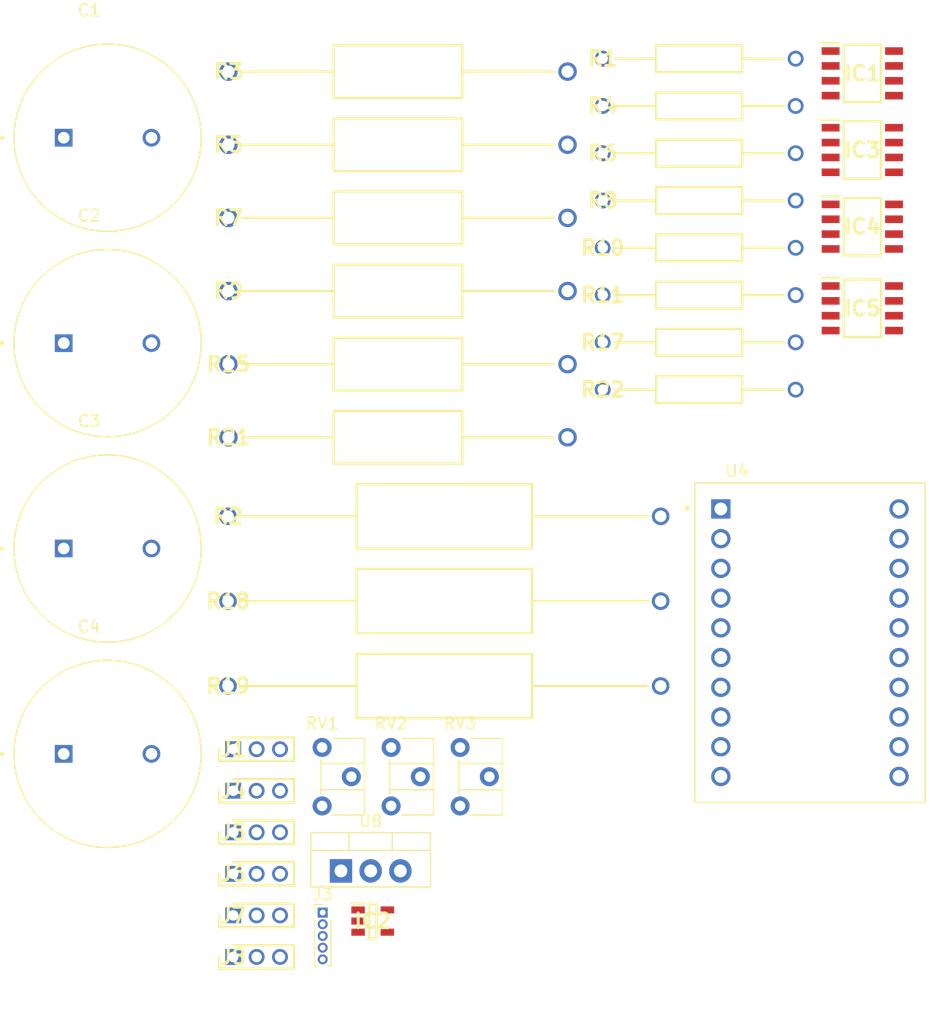
<source format=kicad_pcb>
(kicad_pcb (version 20221018) (generator pcbnew)
  (layers (0 "F.Cu" signal) (31 "B.Cu" signal) (34 "B.Paste" user) (35 "F.Paste" user) (36 "B.SilkS" user "B.Silkscreen") (37 "F.SilkS" user "F.Silkscreen") (38 "B.Mask" user) (39 "F.Mask" user) (44 "Edge.Cuts" user))
  (net 0 "")
  (net 1 "+10V")
  (net 2 "Net-(IC1-IN+)")
  (net 3 "-10V")
  (net 4 "Net-(U4-XOUT)")
  (net 6 "+2V5")
  (net 7 "Net-(IC3-IN-)")
  (net 8 "Net-(U4-YOUT)")
  (net 9 "Net-(IC3-IN+)")
  (net 11 "Net-(U4-ZOUT)")
  (net 12 "Net-(IC3-OUT)")
  (net 14 "GND")
  (net 19 "+12V")
  (net 20 "Net-(U4-XOFF+)")
  (net 22 "Net-(U4-YOFF+)")
  (net 24 "Net-(U4-ZOFF+)")
  (net 28 "Net-(IC2-OUT)")
  (net 29 "Net-(IC2-IN)")
  (net 31 "Net-(IC4-IN-)")
  (net 32 "Net-(IC4-IN+)")
  (net 35 "Net-(IC4-OUT)")
  (net 47 "Net-(IC5-IN-)")
  (net 48 "Net-(IC5-IN+)")
  (net 50 "Net-(IC5-OUT)")
  (net 52 "Net-(J1-Pad2)")
  (net 53 "Net-(J4-Pad2)")
  (net 54 "Net-(J4-Pad3)")
  (net 55 "Net-(J5-Pad2)")
  (net 56 "Net-(J6-Pad2)")
  (net 57 "Net-(J6-Pad3)")
  (net 58 "Net-(J7-Pad2)")
  (net 59 "Net-(J8-Pad2)")
  (net 60 "Net-(J8-Pad3)")
  (footprint "KiCad:RESAD3700W80L1500D550" (layer "F.Cu") (at 122.955 91.33)
    (fp_text reference "R19" (at 0 0) (layer "F.SilkS") (effects (font (size 1.27 1.27) (thickness 0.254))))
    (fp_text value "ROX3SJ33R" hide)
    (fp_line (start 1.1 0) (end 11 0) (stroke (width 0.2)) (layer "F.SilkS"))
    (fp_line (start 11 -2.75) (end 26 -2.75) (stroke (width 0.2)) (layer "F.SilkS"))
    (fp_line (start 11 2.75) (end 11 -2.75) (stroke (width 0.2)) (layer "F.SilkS"))
    (fp_line (start 26 -2.75) (end 26 2.75) (stroke (width 0.2)) (layer "F.SilkS"))
    (fp_line (start 26 0) (end 35.9 0) (stroke (width 0.2)) (layer "F.SilkS"))
    (fp_line (start 26 2.75) (end 11 2.75) (stroke (width 0.2)) (layer "F.SilkS"))
    (pad "1" thru_hole circle (at 0 0) (size 1.5 1.5) (drill 1) (layers "*.Cu" "*.Mask") (net 55 "Net-(J5-Pad2)"))
    (pad "2" thru_hole circle (at 37 0) (size 1.5 1.5) (drill 1) (layers "*.Cu" "*.Mask") (net 56 "Net-(J6-Pad2)"))
  )
  (footprint "KiCad:CAPRRD750W80D1600H4150" (layer "F.Cu") (at 112.66 44.48)
    (fp_text reference "C1" (at -1.579 -10.889) (layer "F.SilkS"))
    (fp_text value "C_Polarized")
    (fp_circle (center -9 0) (end -8.9 0) (stroke (width 0.2)) (fill none) (layer "F.SilkS"))
    (fp_circle (center 0 0) (end 8 0) (stroke (width 0.127)) (fill none) (layer "F.SilkS"))
    (pad "N" thru_hole circle (at 3.75 0) (size 1.508 1.508) (drill 1) (layers "*.Cu" "*.Mask"))
    (pad "P" thru_hole rect (at -3.75 0) (size 1.508 1.508) (drill 1) (layers "*.Cu" "*.Mask"))
  )
  (footprint "KiCad:HDRV3W50P0X200_1X3_600X200X550P" (layer "F.Cu") (at 123.405 107.38)
    (fp_text reference "J6" (at 0 0) (layer "F.SilkS") (effects (font (size 1.27 1.27) (thickness 0.254))))
    (fp_text value "2355182-3" hide)
    (fp_line (start -1.2 0) (end -1.2 1) (stroke (width 0.2)) (layer "F.SilkS"))
    (fp_line (start -1.2 1) (end 5.2 1) (stroke (width 0.2)) (layer "F.SilkS"))
    (fp_line (start 5.2 -1) (end 0 -1) (stroke (width 0.2)) (layer "F.SilkS"))
    (fp_line (start 5.2 1) (end 5.2 -1) (stroke (width 0.2)) (layer "F.SilkS"))
    (pad "1" thru_hole rect (at 0 0) (size 1.35 1.35) (drill 0.9) (layers "*.Cu" "*.Mask") (net 14 "GND"))
    (pad "2" thru_hole circle (at 2 0) (size 1.35 1.35) (drill 0.9) (layers "*.Cu" "*.Mask") (net 56 "Net-(J6-Pad2)"))
    (pad "3" thru_hole circle (at 4 0) (size 1.35 1.35) (drill 0.9) (layers "*.Cu" "*.Mask") (net 57 "Net-(J6-Pad3)"))
  )
  (footprint "KiCad:HDRV3W50P0X200_1X3_600X200X550P" (layer "F.Cu") (at 123.405 100.28)
    (fp_text reference "J4" (at 0 0) (layer "F.SilkS") (effects (font (size 1.27 1.27) (thickness 0.254))))
    (fp_text value "2355182-3" hide)
    (fp_line (start -1.2 0) (end -1.2 1) (stroke (width 0.2)) (layer "F.SilkS"))
    (fp_line (start -1.2 1) (end 5.2 1) (stroke (width 0.2)) (layer "F.SilkS"))
    (fp_line (start 5.2 -1) (end 0 -1) (stroke (width 0.2)) (layer "F.SilkS"))
    (fp_line (start 5.2 1) (end 5.2 -1) (stroke (width 0.2)) (layer "F.SilkS"))
    (pad "1" thru_hole rect (at 0 0) (size 1.35 1.35) (drill 0.9) (layers "*.Cu" "*.Mask") (net 14 "GND"))
    (pad "2" thru_hole circle (at 2 0) (size 1.35 1.35) (drill 0.9) (layers "*.Cu" "*.Mask") (net 53 "Net-(J4-Pad2)"))
    (pad "3" thru_hole circle (at 4 0) (size 1.35 1.35) (drill 0.9) (layers "*.Cu" "*.Mask") (net 54 "Net-(J4-Pad3)"))
  )
  (footprint "KiCad:CAPRRD750W80D1600H4150" (layer "F.Cu") (at 112.66 97.13)
    (fp_text reference "C4" (at -1.579 -10.889) (layer "F.SilkS"))
    (fp_text value "C_Polarized")
    (fp_circle (center -9 0) (end -8.9 0) (stroke (width 0.2)) (fill none) (layer "F.SilkS"))
    (fp_circle (center 0 0) (end 8 0) (stroke (width 0.127)) (fill none) (layer "F.SilkS"))
    (pad "N" thru_hole circle (at 3.75 0) (size 1.508 1.508) (drill 1) (layers "*.Cu" "*.Mask"))
    (pad "P" thru_hole rect (at -3.75 0) (size 1.508 1.508) (drill 1) (layers "*.Cu" "*.Mask"))
  )
  (footprint "Connector_PinHeader_1.00mm:PinHeader_1x05_P1.00mm_Vertical" (layer "F.Cu") (at 131.055 110.69)
    (fp_text reference "J3" (at 0 -1.56) (layer "F.SilkS"))
    (fp_text value "Conn_01x05_Pin")
    (fp_line (start -0.695 -0.685) (end 0 -0.685) (stroke (width 0.12)) (layer "F.SilkS"))
    (fp_line (start -0.695 0) (end -0.695 -0.685) (stroke (width 0.12)) (layer "F.SilkS"))
    (fp_line (start -0.695 0.685) (end -0.695 4.56) (stroke (width 0.12)) (layer "F.SilkS"))
    (fp_line (start -0.695 0.685) (end -0.608276 0.685) (stroke (width 0.12)) (layer "F.SilkS"))
    (fp_line (start -0.695 4.56) (end -0.394493 4.56) (stroke (width 0.12)) (layer "F.SilkS"))
    (fp_line (start 0.394493 4.56) (end 0.695 4.56) (stroke (width 0.12)) (layer "F.SilkS"))
    (fp_line (start 0.608276 0.685) (end 0.695 0.685) (stroke (width 0.12)) (layer "F.SilkS"))
    (fp_line (start 0.695 0.685) (end 0.695 4.56) (stroke (width 0.12)) (layer "F.SilkS"))
    (pad "1" thru_hole rect (at 0 0) (size 0.85 0.85) (drill 0.5) (layers "*.Cu" "*.Mask") (net 12 "Net-(IC3-OUT)"))
    (pad "2" thru_hole oval (at 0 1) (size 0.85 0.85) (drill 0.5) (layers "*.Cu" "*.Mask") (net 35 "Net-(IC4-OUT)"))
    (pad "3" thru_hole oval (at 0 2) (size 0.85 0.85) (drill 0.5) (layers "*.Cu" "*.Mask") (net 50 "Net-(IC5-OUT)"))
    (pad "4" thru_hole oval (at 0 3) (size 0.85 0.85) (drill 0.5) (layers "*.Cu" "*.Mask") (net 14 "GND"))
    (pad "5" thru_hole oval (at 0 4) (size 0.85 0.85) (drill 0.5) (layers "*.Cu" "*.Mask") (net 19 "+12V"))
  )
  (footprint "KiCad:RESAD2900W85L1100D450" (layer "F.Cu") (at 122.993 57.58)
    (fp_text reference "R9" (at 0 0) (layer "F.SilkS") (effects (font (size 1.27 1.27) (thickness 0.254))))
    (fp_text value "1kOhm" hide)
    (fp_line (start 1.138 0) (end 9 0) (stroke (width 0.2)) (layer "F.SilkS"))
    (fp_line (start 9 -2.25) (end 20 -2.25) (stroke (width 0.2)) (layer "F.SilkS"))
    (fp_line (start 9 2.25) (end 9 -2.25) (stroke (width 0.2)) (layer "F.SilkS"))
    (fp_line (start 20 -2.25) (end 20 2.25) (stroke (width 0.2)) (layer "F.SilkS"))
    (fp_line (start 20 0) (end 27.862 0) (stroke (width 0.2)) (layer "F.SilkS"))
    (fp_line (start 20 2.25) (end 9 2.25) (stroke (width 0.2)) (layer "F.SilkS"))
    (pad "1" thru_hole circle (at 0 0) (size 1.575 1.575) (drill 1.05) (layers "*.Cu" "*.Mask") (net 4 "Net-(U4-XOUT)"))
    (pad "2" thru_hole circle (at 29 0) (size 1.575 1.575) (drill 1.05) (layers "*.Cu" "*.Mask") (net 48 "Net-(IC5-IN+)"))
  )
  (footprint "KiCad:HDRV3W50P0X200_1X3_600X200X550P" (layer "F.Cu") (at 123.405 110.93)
    (fp_text reference "J7" (at 0 0) (layer "F.SilkS") (effects (font (size 1.27 1.27) (thickness 0.254))))
    (fp_text value "2355182-3" hide)
    (fp_line (start -1.2 0) (end -1.2 1) (stroke (width 0.2)) (layer "F.SilkS"))
    (fp_line (start -1.2 1) (end 5.2 1) (stroke (width 0.2)) (layer "F.SilkS"))
    (fp_line (start 5.2 -1) (end 0 -1) (stroke (width 0.2)) (layer "F.SilkS"))
    (fp_line (start 5.2 1) (end 5.2 -1) (stroke (width 0.2)) (layer "F.SilkS"))
    (pad "1" thru_hole rect (at 0 0) (size 1.35 1.35) (drill 0.9) (layers "*.Cu" "*.Mask") (net 1 "+10V"))
    (pad "2" thru_hole circle (at 2 0) (size 1.35 1.35) (drill 0.9) (layers "*.Cu" "*.Mask") (net 58 "Net-(J7-Pad2)"))
    (pad "3" thru_hole circle (at 4 0) (size 1.35 1.35) (drill 0.9) (layers "*.Cu" "*.Mask") (net 3 "-10V"))
  )
  (footprint "KiCad:RESAD3700W80L1500D550" (layer "F.Cu") (at 122.955 76.83)
    (fp_text reference "R2" (at 0 0) (layer "F.SilkS") (effects (font (size 1.27 1.27) (thickness 0.254))))
    (fp_text value "ROX3SJ33R" hide)
    (fp_line (start 1.1 0) (end 11 0) (stroke (width 0.2)) (layer "F.SilkS"))
    (fp_line (start 11 -2.75) (end 26 -2.75) (stroke (width 0.2)) (layer "F.SilkS"))
    (fp_line (start 11 2.75) (end 11 -2.75) (stroke (width 0.2)) (layer "F.SilkS"))
    (fp_line (start 26 -2.75) (end 26 2.75) (stroke (width 0.2)) (layer "F.SilkS"))
    (fp_line (start 26 0) (end 35.9 0) (stroke (width 0.2)) (layer "F.SilkS"))
    (fp_line (start 26 2.75) (end 11 2.75) (stroke (width 0.2)) (layer "F.SilkS"))
    (pad "1" thru_hole circle (at 0 0) (size 1.5 1.5) (drill 1) (layers "*.Cu" "*.Mask") (net 58 "Net-(J7-Pad2)"))
    (pad "2" thru_hole circle (at 37 0) (size 1.5 1.5) (drill 1) (layers "*.Cu" "*.Mask") (net 59 "Net-(J8-Pad2)"))
  )
  (footprint "KiCad:RESAD1653W69L737D229" (layer "F.Cu") (at 155 45.805)
    (fp_text reference "R6" (at 0 0) (layer "F.SilkS") (effects (font (size 1.27 1.27) (thickness 0.254))))
    (fp_text value "5K" hide)
    (fp_line (start 1.025 0) (end 4.565 0) (stroke (width 0.2)) (layer "F.SilkS"))
    (fp_line (start 4.565 -1.145) (end 11.935 -1.145) (stroke (width 0.2)) (layer "F.SilkS"))
    (fp_line (start 4.565 1.145) (end 4.565 -1.145) (stroke (width 0.2)) (layer "F.SilkS"))
    (fp_line (start 11.935 -1.145) (end 11.935 1.145) (stroke (width 0.2)) (layer "F.SilkS"))
    (fp_line (start 11.935 0) (end 15.475 0) (stroke (width 0.2)) (layer "F.SilkS"))
    (fp_line (start 11.935 1.145) (end 4.565 1.145) (stroke (width 0.2)) (layer "F.SilkS"))
    (pad "1" thru_hole circle (at 0 0) (size 1.35 1.35) (drill 0.9) (layers "*.Cu" "*.Mask") (net 32 "Net-(IC4-IN+)"))
    (pad "2" thru_hole circle (at 16.5 0) (size 1.35 1.35) (drill 0.9) (layers "*.Cu" "*.Mask") (net 35 "Net-(IC4-OUT)"))
  )
  (footprint "KiCad:RESAD1653W69L737D229" (layer "F.Cu") (at 155 53.885)
    (fp_text reference "R10" (at 0 0) (layer "F.SilkS") (effects (font (size 1.27 1.27) (thickness 0.254))))
    (fp_text value "5K" hide)
    (fp_line (start 1.025 0) (end 4.565 0) (stroke (width 0.2)) (layer "F.SilkS"))
    (fp_line (start 4.565 -1.145) (end 11.935 -1.145) (stroke (width 0.2)) (layer "F.SilkS"))
    (fp_line (start 4.565 1.145) (end 4.565 -1.145) (stroke (width 0.2)) (layer "F.SilkS"))
    (fp_line (start 11.935 -1.145) (end 11.935 1.145) (stroke (width 0.2)) (layer "F.SilkS"))
    (fp_line (start 11.935 0) (end 15.475 0) (stroke (width 0.2)) (layer "F.SilkS"))
    (fp_line (start 11.935 1.145) (end 4.565 1.145) (stroke (width 0.2)) (layer "F.SilkS"))
    (pad "1" thru_hole circle (at 0 0) (size 1.35 1.35) (drill 0.9) (layers "*.Cu" "*.Mask") (net 48 "Net-(IC5-IN+)"))
    (pad "2" thru_hole circle (at 16.5 0) (size 1.35 1.35) (drill 0.9) (layers "*.Cu" "*.Mask") (net 50 "Net-(IC5-OUT)"))
  )
  (footprint "KiCad:CAPRRD750W80D1600H4150" (layer "F.Cu") (at 112.66 79.58)
    (fp_text reference "C3" (at -1.579 -10.889) (layer "F.SilkS"))
    (fp_text value "C_Polarized")
    (fp_circle (center -9 0) (end -8.9 0) (stroke (width 0.2)) (fill none) (layer "F.SilkS"))
    (fp_circle (center 0 0) (end 8 0) (stroke (width 0.127)) (fill none) (layer "F.SilkS"))
    (pad "N" thru_hole circle (at 3.75 0) (size 1.508 1.508) (drill 1) (layers "*.Cu" "*.Mask"))
    (pad "P" thru_hole rect (at -3.75 0) (size 1.508 1.508) (drill 1) (layers "*.Cu" "*.Mask"))
  )
  (footprint "KiCad:RESAD1653W69L737D229" (layer "F.Cu") (at 155 61.965)
    (fp_text reference "R17" (at 0 0) (layer "F.SilkS") (effects (font (size 1.27 1.27) (thickness 0.254))))
    (fp_text value "5K" hide)
    (fp_line (start 1.025 0) (end 4.565 0) (stroke (width 0.2)) (layer "F.SilkS"))
    (fp_line (start 4.565 -1.145) (end 11.935 -1.145) (stroke (width 0.2)) (layer "F.SilkS"))
    (fp_line (start 4.565 1.145) (end 4.565 -1.145) (stroke (width 0.2)) (layer "F.SilkS"))
    (fp_line (start 11.935 -1.145) (end 11.935 1.145) (stroke (width 0.2)) (layer "F.SilkS"))
    (fp_line (start 11.935 0) (end 15.475 0) (stroke (width 0.2)) (layer "F.SilkS"))
    (fp_line (start 11.935 1.145) (end 4.565 1.145) (stroke (width 0.2)) (layer "F.SilkS"))
    (pad "1" thru_hole circle (at 0 0) (size 1.35 1.35) (drill 0.9) (layers "*.Cu" "*.Mask") (net 9 "Net-(IC3-IN+)"))
    (pad "2" thru_hole circle (at 16.5 0) (size 1.35 1.35) (drill 0.9) (layers "*.Cu" "*.Mask") (net 12 "Net-(IC3-OUT)"))
  )
  (footprint "KiCad:RESAD1653W69L737D229" (layer "F.Cu") (at 155 66.005)
    (fp_text reference "R22" (at 0 0) (layer "F.SilkS") (effects (font (size 1.27 1.27) (thickness 0.254))))
    (fp_text value "5K" hide)
    (fp_line (start 1.025 0) (end 4.565 0) (stroke (width 0.2)) (layer "F.SilkS"))
    (fp_line (start 4.565 -1.145) (end 11.935 -1.145) (stroke (width 0.2)) (layer "F.SilkS"))
    (fp_line (start 4.565 1.145) (end 4.565 -1.145) (stroke (width 0.2)) (layer "F.SilkS"))
    (fp_line (start 11.935 -1.145) (end 11.935 1.145) (stroke (width 0.2)) (layer "F.SilkS"))
    (fp_line (start 11.935 0) (end 15.475 0) (stroke (width 0.2)) (layer "F.SilkS"))
    (fp_line (start 11.935 1.145) (end 4.565 1.145) (stroke (width 0.2)) (layer "F.SilkS"))
    (pad "1" thru_hole circle (at 0 0) (size 1.35 1.35) (drill 0.9) (layers "*.Cu" "*.Mask") (net 7 "Net-(IC3-IN-)"))
    (pad "2" thru_hole circle (at 16.5 0) (size 1.35 1.35) (drill 0.9) (layers "*.Cu" "*.Mask") (net 14 "GND"))
  )
  (footprint "KiCad:RESAD1653W69L737D229" (layer "F.Cu") (at 155 37.725)
    (fp_text reference "R1" (at 0 0) (layer "F.SilkS") (effects (font (size 1.27 1.27) (thickness 0.254))))
    (fp_text value "5K" hide)
    (fp_line (start 1.025 0) (end 4.565 0) (stroke (width 0.2)) (layer "F.SilkS"))
    (fp_line (start 4.565 -1.145) (end 11.935 -1.145) (stroke (width 0.2)) (layer "F.SilkS"))
    (fp_line (start 4.565 1.145) (end 4.565 -1.145) (stroke (width 0.2)) (layer "F.SilkS"))
    (fp_line (start 11.935 -1.145) (end 11.935 1.145) (stroke (width 0.2)) (layer "F.SilkS"))
    (fp_line (start 11.935 0) (end 15.475 0) (stroke (width 0.2)) (layer "F.SilkS"))
    (fp_line (start 11.935 1.145) (end 4.565 1.145) (stroke (width 0.2)) (layer "F.SilkS"))
    (pad "1" thru_hole circle (at 0 0) (size 1.35 1.35) (drill 0.9) (layers "*.Cu" "*.Mask") (net 1 "+10V"))
    (pad "2" thru_hole circle (at 16.5 0) (size 1.35 1.35) (drill 0.9) (layers "*.Cu" "*.Mask") (net 2 "Net-(IC1-IN+)"))
  )
  (footprint "Potentiometer_THT:Potentiometer_ACP_CA6-H2,5_Horizontal" (layer "F.Cu") (at 142.805 96.58)
    (fp_text reference "RV3" (at 0 -2.06) (layer "F.SilkS"))
    (fp_text value "R_Potentiometer")
    (fp_line (start -0.121 1.066) (end -0.121 3.935) (stroke (width 0.12)) (layer "F.SilkS"))
    (fp_line (start -0.121 1.38) (end -0.121 3.62) (stroke (width 0.12)) (layer "F.SilkS"))
    (fp_line (start -0.121 1.38) (end 3.62 1.38) (stroke (width 0.12)) (layer "F.SilkS"))
    (fp_line (start -0.121 3.62) (end 3.62 3.62) (stroke (width 0.12)) (layer "F.SilkS"))
    (fp_line (start 0.925 -0.77) (end 3.62 -0.77) (stroke (width 0.12)) (layer "F.SilkS"))
    (fp_line (start 0.925 5.77) (end 3.62 5.77) (stroke (width 0.12)) (layer "F.SilkS"))
    (fp_line (start 3.62 -0.77) (end 3.62 5.77) (stroke (width 0.12)) (layer "F.SilkS"))
    (fp_line (start 3.62 1.38) (end 3.62 3.62) (stroke (width 0.12)) (layer "F.SilkS"))
    (pad "1" thru_hole circle (at 0 0) (size 1.62 1.62) (drill 0.9) (layers "*.Cu" "*.Mask"))
    (pad "2" thru_hole circle (at 2.5 2.5) (size 1.62 1.62) (drill 0.9) (layers "*.Cu" "*.Mask") (net 60 "Net-(J8-Pad3)"))
    (pad "3" thru_hole circle (at 0 5) (size 1.62 1.62) (drill 0.9) (layers "*.Cu" "*.Mask") (net 24 "Net-(U4-ZOFF+)"))
  )
  (footprint "KiCad:RESAD1653W69L737D229" (layer "F.Cu") (at 155 57.925)
    (fp_text reference "R11" (at 0 0) (layer "F.SilkS") (effects (font (size 1.27 1.27) (thickness 0.254))))
    (fp_text value "5K" hide)
    (fp_line (start 1.025 0) (end 4.565 0) (stroke (width 0.2)) (layer "F.SilkS"))
    (fp_line (start 4.565 -1.145) (end 11.935 -1.145) (stroke (width 0.2)) (layer "F.SilkS"))
    (fp_line (start 4.565 1.145) (end 4.565 -1.145) (stroke (width 0.2)) (layer "F.SilkS"))
    (fp_line (start 11.935 -1.145) (end 11.935 1.145) (stroke (width 0.2)) (layer "F.SilkS"))
    (fp_line (start 11.935 0) (end 15.475 0) (stroke (width 0.2)) (layer "F.SilkS"))
    (fp_line (start 11.935 1.145) (end 4.565 1.145) (stroke (width 0.2)) (layer "F.SilkS"))
    (pad "1" thru_hole circle (at 0 0) (size 1.35 1.35) (drill 0.9) (layers "*.Cu" "*.Mask") (net 2 "Net-(IC1-IN+)"))
    (pad "2" thru_hole circle (at 16.5 0) (size 1.35 1.35) (drill 0.9) (layers "*.Cu" "*.Mask") (net 3 "-10V"))
  )
  (footprint "KiCad:SOIC127P600X175-8N" (layer "F.Cu") (at 177.2 38.98)
    (fp_text reference "IC1" (at 0 0) (layer "F.SilkS") (effects (font (size 1.27 1.27) (thickness 0.254))))
    (fp_text value "TL971ID" hide)
    (fp_line (start -3.475 -2.58) (end -1.948 -2.58) (stroke (width 0.2)) (layer "F.SilkS"))
    (fp_line (start -1.598 -2.452) (end 1.598 -2.452) (stroke (width 0.2)) (layer "F.SilkS"))
    (fp_line (start -1.598 2.452) (end -1.598 -2.452) (stroke (width 0.2)) (layer "F.SilkS"))
    (fp_line (start 1.598 -2.452) (end 1.598 2.452) (stroke (width 0.2)) (layer "F.SilkS"))
    (fp_line (start 1.598 2.452) (end -1.598 2.452) (stroke (width 0.2)) (layer "F.SilkS"))
    (pad "1" smd rect (at -2.711 -1.905 90) (size 0.65 1.528) (layers "F.Cu" "F.Paste" "F.Mask"))
    (pad "2" smd rect (at -2.711 -0.635 90) (size 0.65 1.528) (layers "F.Cu" "F.Paste" "F.Mask") (net 14 "GND"))
    (pad "3" smd rect (at -2.711 0.635 90) (size 0.65 1.528) (layers "F.Cu" "F.Paste" "F.Mask") (net 2 "Net-(IC1-IN+)"))
    (pad "4" smd rect (at -2.711 1.905 90) (size 0.65 1.528) (layers "F.Cu" "F.Paste" "F.Mask"))
    (pad "5" smd rect (at 2.711 1.905 90) (size 0.65 1.528) (layers "F.Cu" "F.Paste" "F.Mask"))
    (pad "6" smd rect (at 2.711 0.635 90) (size 0.65 1.528) (layers "F.Cu" "F.Paste" "F.Mask") (net 3 "-10V"))
    (pad "7" smd rect (at 2.711 -0.635 90) (size 0.65 1.528) (layers "F.Cu" "F.Paste" "F.Mask"))
    (pad "8" smd rect (at 2.711 -1.905 90) (size 0.65 1.528) (layers "F.Cu" "F.Paste" "F.Mask"))
  )
  (footprint "Potentiometer_THT:Potentiometer_ACP_CA6-H2,5_Horizontal" (layer "F.Cu") (at 131.005 96.58)
    (fp_text reference "RV1" (at 0 -2.06) (layer "F.SilkS"))
    (fp_text value "R_Potentiometer")
    (fp_line (start -0.121 1.066) (end -0.121 3.935) (stroke (width 0.12)) (layer "F.SilkS"))
    (fp_line (start -0.121 1.38) (end -0.121 3.62) (stroke (width 0.12)) (layer "F.SilkS"))
    (fp_line (start -0.121 1.38) (end 3.62 1.38) (stroke (width 0.12)) (layer "F.SilkS"))
    (fp_line (start -0.121 3.62) (end 3.62 3.62) (stroke (width 0.12)) (layer "F.SilkS"))
    (fp_line (start 0.925 -0.77) (end 3.62 -0.77) (stroke (width 0.12)) (layer "F.SilkS"))
    (fp_line (start 0.925 5.77) (end 3.62 5.77) (stroke (width 0.12)) (layer "F.SilkS"))
    (fp_line (start 3.62 -0.77) (end 3.62 5.77) (stroke (width 0.12)) (layer "F.SilkS"))
    (fp_line (start 3.62 1.38) (end 3.62 3.62) (stroke (width 0.12)) (layer "F.SilkS"))
    (pad "1" thru_hole circle (at 0 0) (size 1.62 1.62) (drill 0.9) (layers "*.Cu" "*.Mask"))
    (pad "2" thru_hole circle (at 2.5 2.5) (size 1.62 1.62) (drill 0.9) (layers "*.Cu" "*.Mask") (net 54 "Net-(J4-Pad3)"))
    (pad "3" thru_hole circle (at 0 5) (size 1.62 1.62) (drill 0.9) (layers "*.Cu" "*.Mask") (net 20 "Net-(U4-XOFF+)"))
  )
  (footprint "KiCad:RESAD2900W85L1100D450" (layer "F.Cu") (at 122.993 45.08)
    (fp_text reference "R5" (at 0 0) (layer "F.SilkS") (effects (font (size 1.27 1.27) (thickness 0.254))))
    (fp_text value "1kOhm" hide)
    (fp_line (start 1.138 0) (end 9 0) (stroke (width 0.2)) (layer "F.SilkS"))
    (fp_line (start 9 -2.25) (end 20 -2.25) (stroke (width 0.2)) (layer "F.SilkS"))
    (fp_line (start 9 2.25) (end 9 -2.25) (stroke (width 0.2)) (layer "F.SilkS"))
    (fp_line (start 20 -2.25) (end 20 2.25) (stroke (width 0.2)) (layer "F.SilkS"))
    (fp_line (start 20 0) (end 27.862 0) (stroke (width 0.2)) (layer "F.SilkS"))
    (fp_line (start 20 2.25) (end 9 2.25) (stroke (width 0.2)) (layer "F.SilkS"))
    (pad "1" thru_hole circle (at 0 0) (size 1.575 1.575) (drill 1.05) (layers "*.Cu" "*.Mask") (net 8 "Net-(U4-YOUT)"))
    (pad "2" thru_hole circle (at 29 0) (size 1.575 1.575) (drill 1.05) (layers "*.Cu" "*.Mask") (net 32 "Net-(IC4-IN+)"))
  )
  (footprint "Package_TO_SOT_THT:TO-220-3_Vertical" (layer "F.Cu") (at 132.615 107.13)
    (fp_text reference "U8" (at 2.54 -4.27) (layer "F.SilkS"))
    (fp_text value "LM7810_TO220")
    (fp_line (start -2.58 -3.27) (end -2.58 1.371) (stroke (width 0.12)) (layer "F.SilkS"))
    (fp_line (start -2.58 -3.27) (end 7.66 -3.27) (stroke (width 0.12)) (layer "F.SilkS"))
    (fp_line (start -2.58 -1.76) (end 7.66 -1.76) (stroke (width 0.12)) (layer "F.SilkS"))
    (fp_line (start -2.58 1.371) (end 7.66 1.371) (stroke (width 0.12)) (layer "F.SilkS"))
    (fp_line (start 0.69 -3.27) (end 0.69 -1.76) (stroke (width 0.12)) (layer "F.SilkS"))
    (fp_line (start 4.391 -3.27) (end 4.391 -1.76) (stroke (width 0.12)) (layer "F.SilkS"))
    (fp_line (start 7.66 -3.27) (end 7.66 1.371) (stroke (width 0.12)) (layer "F.SilkS"))
    (pad "1" thru_hole rect (at 0 0) (size 1.905 2) (drill 1.1) (layers "*.Cu" "*.Mask") (net 19 "+12V"))
    (pad "2" thru_hole oval (at 2.54 0) (size 1.905 2) (drill 1.1) (layers "*.Cu" "*.Mask") (net 14 "GND"))
    (pad "3" thru_hole oval (at 5.08 0) (size 1.905 2) (drill 1.1) (layers "*.Cu" "*.Mask") (net 1 "+10V"))
  )
  (footprint "KiCad:RESAD2900W85L1100D450" (layer "F.Cu") (at 122.993 38.83)
    (fp_text reference "R3" (at 0 0) (layer "F.SilkS") (effects (font (size 1.27 1.27) (thickness 0.254))))
    (fp_text value "1kOhm" hide)
    (fp_line (start 1.138 0) (end 9 0) (stroke (width 0.2)) (layer "F.SilkS"))
    (fp_line (start 9 -2.25) (end 20 -2.25) (stroke (width 0.2)) (layer "F.SilkS"))
    (fp_line (start 9 2.25) (end 9 -2.25) (stroke (width 0.2)) (layer "F.SilkS"))
    (fp_line (start 20 -2.25) (end 20 2.25) (stroke (width 0.2)) (layer "F.SilkS"))
    (fp_line (start 20 0) (end 27.862 0) (stroke (width 0.2)) (layer "F.SilkS"))
    (fp_line (start 20 2.25) (end 9 2.25) (stroke (width 0.2)) (layer "F.SilkS"))
    (pad "1" thru_hole circle (at 0 0) (size 1.575 1.575) (drill 1.05) (layers "*.Cu" "*.Mask") (net 6 "+2V5"))
    (pad "2" thru_hole circle (at 29 0) (size 1.575 1.575) (drill 1.05) (layers "*.Cu" "*.Mask") (net 31 "Net-(IC4-IN-)"))
  )
  (footprint "KiCad:SOT95P280X145-5N" (layer "F.Cu") (at 135.33 111.415)
    (fp_text reference "IC2" (at 0 0) (layer "F.SilkS") (effects (font (size 1.27 1.27) (thickness 0.254))))
    (fp_text value "LK112M25TR" hide)
    (fp_line (start -1.825 -1.5) (end -0.675 -1.5) (stroke (width 0.2)) (layer "F.SilkS"))
    (fp_line (start -0.325 -1.475) (end 0.325 -1.475) (stroke (width 0.2)) (layer "F.SilkS"))
    (fp_line (start -0.325 1.475) (end -0.325 -1.475) (stroke (width 0.2)) (layer "F.SilkS"))
    (fp_line (start 0.325 -1.475) (end 0.325 1.475) (stroke (width 0.2)) (layer "F.SilkS"))
    (fp_line (start 0.325 1.475) (end -0.325 1.475) (stroke (width 0.2)) (layer "F.SilkS"))
    (pad "1" smd rect (at -1.25 -0.95 90) (size 0.6 1.15) (layers "F.Cu" "F.Paste" "F.Mask"))
    (pad "2" smd rect (at -1.25 0 90) (size 0.6 1.15) (layers "F.Cu" "F.Paste" "F.Mask") (net 14 "GND"))
    (pad "3" smd rect (at -1.25 0.95 90) (size 0.6 1.15) (layers "F.Cu" "F.Paste" "F.Mask"))
    (pad "4" smd rect (at 1.25 0.95 90) (size 0.6 1.15) (layers "F.Cu" "F.Paste" "F.Mask") (net 28 "Net-(IC2-OUT)"))
    (pad "5" smd rect (at 1.25 -0.95 90) (size 0.6 1.15) (layers "F.Cu" "F.Paste" "F.Mask") (net 29 "Net-(IC2-IN)"))
  )
  (footprint "KiCad:SOIC127P600X175-8N" (layer "F.Cu") (at 177.2 52.08)
    (fp_text reference "IC4" (at 0 0) (layer "F.SilkS") (effects (font (size 1.27 1.27) (thickness 0.254))))
    (fp_text value "TL971ID" hide)
    (fp_line (start -3.475 -2.58) (end -1.948 -2.58) (stroke (width 0.2)) (layer "F.SilkS"))
    (fp_line (start -1.598 -2.452) (end 1.598 -2.452) (stroke (width 0.2)) (layer "F.SilkS"))
    (fp_line (start -1.598 2.452) (end -1.598 -2.452) (stroke (width 0.2)) (layer "F.SilkS"))
    (fp_line (start 1.598 -2.452) (end 1.598 2.452) (stroke (width 0.2)) (layer "F.SilkS"))
    (fp_line (start 1.598 2.452) (end -1.598 2.452) (stroke (width 0.2)) (layer "F.SilkS"))
    (pad "1" smd rect (at -2.711 -1.905 90) (size 0.65 1.528) (layers "F.Cu" "F.Paste" "F.Mask"))
    (pad "2" smd rect (at -2.711 -0.635 90) (size 0.65 1.528) (layers "F.Cu" "F.Paste" "F.Mask") (net 31 "Net-(IC4-IN-)"))
    (pad "3" smd rect (at -2.711 0.635 90) (size 0.65 1.528) (layers "F.Cu" "F.Paste" "F.Mask") (net 32 "Net-(IC4-IN+)"))
    (pad "4" smd rect (at -2.711 1.905 90) (size 0.65 1.528) (layers "F.Cu" "F.Paste" "F.Mask") (net 3 "-10V"))
    (pad "5" smd rect (at 2.711 1.905 90) (size 0.65 1.528) (layers "F.Cu" "F.Paste" "F.Mask"))
    (pad "6" smd rect (at 2.711 0.635 90) (size 0.65 1.528) (layers "F.Cu" "F.Paste" "F.Mask") (net 35 "Net-(IC4-OUT)"))
    (pad "7" smd rect (at 2.711 -0.635 90) (size 0.65 1.528) (layers "F.Cu" "F.Paste" "F.Mask") (net 1 "+10V"))
    (pad "8" smd rect (at 2.711 -1.905 90) (size 0.65 1.528) (layers "F.Cu" "F.Paste" "F.Mask"))
  )
  (footprint "KiCad:DIPS1524W64P254L2730H902Q20" (layer "F.Cu") (at 172.72 87.63)
    (fp_text reference "U4" (at -6.2186 -14.676) (layer "F.SilkS"))
    (fp_text value "HMC2003")
    (fp_line (start -9.85 -13.65) (end -9.85 13.65) (stroke (width 0.127)) (layer "F.SilkS"))
    (fp_line (start -9.85 13.65) (end 9.85 13.65) (stroke (width 0.127)) (layer "F.SilkS"))
    (fp_line (start 9.85 -13.65) (end -9.85 -13.65) (stroke (width 0.127)) (layer "F.SilkS"))
    (fp_line (start 9.85 13.65) (end 9.85 -13.65) (stroke (width 0.127)) (layer "F.SilkS"))
    (fp_circle (center -10.5 -11.5) (end -10.38 -11.5) (stroke (width 0.24)) (fill none) (layer "F.SilkS"))
    (pad "1" thru_hole rect (at -7.62 -11.43) (size 1.65 1.65) (drill 1.1) (layers "*.Cu" "*.Mask"))
    (pad "2" thru_hole circle (at -7.62 -8.89) (size 1.65 1.65) (drill 1.1) (layers "*.Cu" "*.Mask") (net 14 "GND"))
    (pad "3" thru_hole circle (at -7.62 -6.35) (size 1.65 1.65) (drill 1.1) (layers "*.Cu" "*.Mask"))
    (pad "4" thru_hole circle (at -7.62 -3.81) (size 1.65 1.65) (drill 1.1) (layers "*.Cu" "*.Mask"))
    (pad "5" thru_hole circle (at -7.62 -1.27) (size 1.65 1.65) (drill 1.1) (layers "*.Cu" "*.Mask") (net 14 "GND"))
    (pad "6" thru_hole circle (at -7.62 1.27) (size 1.65 1.65) (drill 1.1) (layers "*.Cu" "*.Mask") (net 11 "Net-(U4-ZOUT)"))
    (pad "7" thru_hole circle (at -7.62 3.81) (size 1.65 1.65) (drill 1.1) (layers "*.Cu" "*.Mask") (net 4 "Net-(U4-XOUT)"))
    (pad "8" thru_hole circle (at -7.62 6.35) (size 1.65 1.65) (drill 1.1) (layers "*.Cu" "*.Mask"))
    (pad "9" thru_hole circle (at -7.62 8.89) (size 1.65 1.65) (drill 1.1) (layers "*.Cu" "*.Mask") (net 14 "GND"))
    (pad "10" thru_hole circle (at -7.62 11.43) (size 1.65 1.65) (drill 1.1) (layers "*.Cu" "*.Mask") (net 19 "+12V"))
    (pad "11" thru_hole circle (at 7.62 11.43) (size 1.65 1.65) (drill 1.1) (layers "*.Cu" "*.Mask"))
    (pad "12" thru_hole circle (at 7.62 8.89) (size 1.65 1.65) (drill 1.1) (layers "*.Cu" "*.Mask"))
    (pad "13" thru_hole circle (at 7.62 6.35) (size 1.65 1.65) (drill 1.1) (layers "*.Cu" "*.Mask"))
    (pad "14" thru_hole circle (at 7.62 3.81) (size 1.65 1.65) (drill 1.1) (layers "*.Cu" "*.Mask") (net 8 "Net-(U4-YOUT)"))
    (pad "15" thru_hole circle (at 7.62 1.27) (size 1.65 1.65) (drill 1.1) (layers "*.Cu" "*.Mask"))
    (pad "16" thru_hole circle (at 7.62 -1.27) (size 1.65 1.65) (drill 1.1) (layers "*.Cu" "*.Mask") (net 22 "Net-(U4-YOFF+)"))
    (pad "17" thru_hole circle (at 7.62 -3.81) (size 1.65 1.65) (drill 1.1) (layers "*.Cu" "*.Mask"))
    (pad "18" thru_hole circle (at 7.62 -6.35) (size 1.65 1.65) (drill 1.1) (layers "*.Cu" "*.Mask") (net 20 "Net-(U4-XOFF+)"))
    (pad "19" thru_hole circle (at 7.62 -8.89) (size 1.65 1.65) (drill 1.1) (layers "*.Cu" "*.Mask") (net 14 "GND"))
    (pad "20" thru_hole circle (at 7.62 -11.43) (size 1.65 1.65) (drill 1.1) (layers "*.Cu" "*.Mask") (net 24 "Net-(U4-ZOFF+)"))
  )
  (footprint "KiCad:RESAD1653W69L737D229" (layer "F.Cu") (at 155 41.765)
    (fp_text reference "R4" (at 0 0) (layer "F.SilkS") (effects (font (size 1.27 1.27) (thickness 0.254))))
    (fp_text value "5K" hide)
    (fp_line (start 1.025 0) (end 4.565 0) (stroke (width 0.2)) (layer "F.SilkS"))
    (fp_line (start 4.565 -1.145) (end 11.935 -1.145) (stroke (width 0.2)) (layer "F.SilkS"))
    (fp_line (start 4.565 1.145) (end 4.565 -1.145) (stroke (width 0.2)) (layer "F.SilkS"))
    (fp_line (start 11.935 -1.145) (end 11.935 1.145) (stroke (width 0.2)) (layer "F.SilkS"))
    (fp_line (start 11.935 0) (end 15.475 0) (stroke (width 0.2)) (layer "F.SilkS"))
    (fp_line (start 11.935 1.145) (end 4.565 1.145) (stroke (width 0.2)) (layer "F.SilkS"))
    (pad "1" thru_hole circle (at 0 0) (size 1.35 1.35) (drill 0.9) (layers "*.Cu" "*.Mask") (net 31 "Net-(IC4-IN-)"))
    (pad "2" thru_hole circle (at 16.5 0) (size 1.35 1.35) (drill 0.9) (layers "*.Cu" "*.Mask") (net 14 "GND"))
  )
  (footprint "KiCad:SOIC127P600X175-8N" (layer "F.Cu") (at 177.2 45.53)
    (fp_text reference "IC3" (at 0 0) (layer "F.SilkS") (effects (font (size 1.27 1.27) (thickness 0.254))))
    (fp_text value "TL971ID" hide)
    (fp_line (start -3.475 -2.58) (end -1.948 -2.58) (stroke (width 0.2)) (layer "F.SilkS"))
    (fp_line (start -1.598 -2.452) (end 1.598 -2.452) (stroke (width 0.2)) (layer "F.SilkS"))
    (fp_line (start -1.598 2.452) (end -1.598 -2.452) (stroke (width 0.2)) (layer "F.SilkS"))
    (fp_line (start 1.598 -2.452) (end 1.598 2.452) (stroke (width 0.2)) (layer "F.SilkS"))
    (fp_line (start 1.598 2.452) (end -1.598 2.452) (stroke (width 0.2)) (layer "F.SilkS"))
    (pad "1" smd rect (at -2.711 -1.905 90) (size 0.65 1.528) (layers "F.Cu" "F.Paste" "F.Mask"))
    (pad "2" smd rect (at -2.711 -0.635 90) (size 0.65 1.528) (layers "F.Cu" "F.Paste" "F.Mask") (net 7 "Net-(IC3-IN-)"))
    (pad "3" smd rect (at -2.711 0.635 90) (size 0.65 1.528) (layers "F.Cu" "F.Paste" "F.Mask") (net 9 "Net-(IC3-IN+)"))
    (pad "4" smd rect (at -2.711 1.905 90) (size 0.65 1.528) (layers "F.Cu" "F.Paste" "F.Mask") (net 3 "-10V"))
    (pad "5" smd rect (at 2.711 1.905 90) (size 0.65 1.528) (layers "F.Cu" "F.Paste" "F.Mask"))
    (pad "6" smd rect (at 2.711 0.635 90) (size 0.65 1.528) (layers "F.Cu" "F.Paste" "F.Mask") (net 12 "Net-(IC3-OUT)"))
    (pad "7" smd rect (at 2.711 -0.635 90) (size 0.65 1.528) (layers "F.Cu" "F.Paste" "F.Mask") (net 1 "+10V"))
    (pad "8" smd rect (at 2.711 -1.905 90) (size 0.65 1.528) (layers "F.Cu" "F.Paste" "F.Mask"))
  )
  (footprint "KiCad:RESAD2900W85L1100D450" (layer "F.Cu") (at 122.993 70.08)
    (fp_text reference "R21" (at 0 0) (layer "F.SilkS") (effects (font (size 1.27 1.27) (thickness 0.254))))
    (fp_text value "1kOhm" hide)
    (fp_line (start 1.138 0) (end 9 0) (stroke (width 0.2)) (layer "F.SilkS"))
    (fp_line (start 9 -2.25) (end 20 -2.25) (stroke (width 0.2)) (layer "F.SilkS"))
    (fp_line (start 9 2.25) (end 9 -2.25) (stroke (width 0.2)) (layer "F.SilkS"))
    (fp_line (start 20 -2.25) (end 20 2.25) (stroke (width 0.2)) (layer "F.SilkS"))
    (fp_line (start 20 0) (end 27.862 0) (stroke (width 0.2)) (layer "F.SilkS"))
    (fp_line (start 20 2.25) (end 9 2.25) (stroke (width 0.2)) (layer "F.SilkS"))
    (pad "1" thru_hole circle (at 0 0) (size 1.575 1.575) (drill 1.05) (layers "*.Cu" "*.Mask") (net 11 "Net-(U4-ZOUT)"))
    (pad "2" thru_hole circle (at 29 0) (size 1.575 1.575) (drill 1.05) (layers "*.Cu" "*.Mask") (net 9 "Net-(IC3-IN+)"))
  )
  (footprint "KiCad:RESAD2900W85L1100D450" (layer "F.Cu") (at 122.993 51.33)
    (fp_text reference "R7" (at 0 0) (layer "F.SilkS") (effects (font (size 1.27 1.27) (thickness 0.254))))
    (fp_text value "1kOhm" hide)
    (fp_line (start 1.138 0) (end 9 0) (stroke (width 0.2)) (layer "F.SilkS"))
    (fp_line (start 9 -2.25) (end 20 -2.25) (stroke (width 0.2)) (layer "F.SilkS"))
    (fp_line (start 9 2.25) (end 9 -2.25) (stroke (width 0.2)) (layer "F.SilkS"))
    (fp_line (start 20 -2.25) (end 20 2.25) (stroke (width 0.2)) (layer "F.SilkS"))
    (fp_line (start 20 0) (end 27.862 0) (stroke (width 0.2)) (layer "F.SilkS"))
    (fp_line (start 20 2.25) (end 9 2.25) (stroke (width 0.2)) (layer "F.SilkS"))
    (pad "1" thru_hole circle (at 0 0) (size 1.575 1.575) (drill 1.05) (layers "*.Cu" "*.Mask") (net 6 "+2V5"))
    (pad "2" thru_hole circle (at 29 0) (size 1.575 1.575) (drill 1.05) (layers "*.Cu" "*.Mask") (net 47 "Net-(IC5-IN-)"))
  )
  (footprint "Potentiometer_THT:Potentiometer_ACP_CA6-H2,5_Horizontal" (layer "F.Cu") (at 136.905 96.58)
    (fp_text reference "RV2" (at 0 -2.06) (layer "F.SilkS"))
    (fp_text value "R_Potentiometer")
    (fp_line (start -0.121 1.066) (end -0.121 3.935) (stroke (width 0.12)) (layer "F.SilkS"))
    (fp_line (start -0.121 1.38) (end -0.121 3.62) (stroke (width 0.12)) (layer "F.SilkS"))
    (fp_line (start -0.121 1.38) (end 3.62 1.38) (stroke (width 0.12)) (layer "F.SilkS"))
    (fp_line (start -0.121 3.62) (end 3.62 3.62) (stroke (width 0.12)) (layer "F.SilkS"))
    (fp_line (start 0.925 -0.77) (end 3.62 -0.77) (stroke (width 0.12)) (layer "F.SilkS"))
    (fp_line (start 0.925 5.77) (end 3.62 5.77) (stroke (width 0.12)) (layer "F.SilkS"))
    (fp_line (start 3.62 -0.77) (end 3.62 5.77) (stroke (width 0.12)) (layer "F.SilkS"))
    (fp_line (start 3.62 1.38) (end 3.62 3.62) (stroke (width 0.12)) (layer "F.SilkS"))
    (pad "1" thru_hole circle (at 0 0) (size 1.62 1.62) (drill 0.9) (layers "*.Cu" "*.Mask"))
    (pad "2" thru_hole circle (at 2.5 2.5) (size 1.62 1.62) (drill 0.9) (layers "*.Cu" "*.Mask") (net 57 "Net-(J6-Pad3)"))
    (pad "3" thru_hole circle (at 0 5) (size 1.62 1.62) (drill 0.9) (layers "*.Cu" "*.Mask") (net 22 "Net-(U4-YOFF+)"))
  )
  (footprint "KiCad:HDRV3W50P0X200_1X3_600X200X550P" (layer "F.Cu") (at 123.405 114.48)
    (fp_text reference "J8" (at 0 0) (layer "F.SilkS") (effects (font (size 1.27 1.27) (thickness 0.254))))
    (fp_text value "2355182-3" hide)
    (fp_line (start -1.2 0) (end -1.2 1) (stroke (width 0.2)) (layer "F.SilkS"))
    (fp_line (start -1.2 1) (end 5.2 1) (stroke (width 0.2)) (layer "F.SilkS"))
    (fp_line (start 5.2 -1) (end 0 -1) (stroke (width 0.2)) (layer "F.SilkS"))
    (fp_line (start 5.2 1) (end 5.2 -1) (stroke (width 0.2)) (layer "F.SilkS"))
    (pad "1" thru_hole rect (at 0 0) (size 1.35 1.35) (drill 0.9) (layers "*.Cu" "*.Mask") (net 14 "GND"))
    (pad "2" thru_hole circle (at 2 0) (size 1.35 1.35) (drill 0.9) (layers "*.Cu" "*.Mask") (net 59 "Net-(J8-Pad2)"))
    (pad "3" thru_hole circle (at 4 0) (size 1.35 1.35) (drill 0.9) (layers "*.Cu" "*.Mask") (net 60 "Net-(J8-Pad3)"))
  )
  (footprint "KiCad:RESAD2900W85L1100D450" (layer "F.Cu") (at 122.993 63.83)
    (fp_text reference "R15" (at 0 0) (layer "F.SilkS") (effects (font (size 1.27 1.27) (thickness 0.254))))
    (fp_text value "1kOhm" hide)
    (fp_line (start 1.138 0) (end 9 0) (stroke (width 0.2)) (layer "F.SilkS"))
    (fp_line (start 9 -2.25) (end 20 -2.25) (stroke (width 0.2)) (layer "F.SilkS"))
    (fp_line (start 9 2.25) (end 9 -2.25) (stroke (width 0.2)) (layer "F.SilkS"))
    (fp_line (start 20 -2.25) (end 20 2.25) (stroke (width 0.2)) (layer "F.SilkS"))
    (fp_line (start 20 0) (end 27.862 0) (stroke (width 0.2)) (layer "F.SilkS"))
    (fp_line (start 20 2.25) (end 9 2.25) (stroke (width 0.2)) (layer "F.SilkS"))
    (pad "1" thru_hole circle (at 0 0) (size 1.575 1.575) (drill 1.05) (layers "*.Cu" "*.Mask") (net 6 "+2V5"))
    (pad "2" thru_hole circle (at 29 0) (size 1.575 1.575) (drill 1.05) (layers "*.Cu" "*.Mask") (net 7 "Net-(IC3-IN-)"))
  )
  (footprint "KiCad:RESAD3700W80L1500D550" (layer "F.Cu") (at 122.955 84.08)
    (fp_text reference "R18" (at 0 0) (layer "F.SilkS") (effects (font (size 1.27 1.27) (thickness 0.254))))
    (fp_text value "ROX3SJ33R" hide)
    (fp_line (start 1.1 0) (end 11 0) (stroke (width 0.2)) (layer "F.SilkS"))
    (fp_line (start 11 -2.75) (end 26 -2.75) (stroke (width 0.2)) (layer "F.SilkS"))
    (fp_line (start 11 2.75) (end 11 -2.75) (stroke (width 0.2)) (layer "F.SilkS"))
    (fp_line (start 26 -2.75) (end 26 2.75) (stroke (width 0.2)) (layer "F.SilkS"))
    (fp_line (start 26 0) (end 35.9 0) (stroke (width 0.2)) (layer "F.SilkS"))
    (fp_line (start 26 2.75) (end 11 2.75) (stroke (width 0.2)) (layer "F.SilkS"))
    (pad "1" thru_hole circle (at 0 0) (size 1.5 1.5) (drill 1) (layers "*.Cu" "*.Mask") (net 52 "Net-(J1-Pad2)"))
    (pad "2" thru_hole circle (at 37 0) (size 1.5 1.5) (drill 1) (layers "*.Cu" "*.Mask") (net 53 "Net-(J4-Pad2)"))
  )
  (footprint "KiCad:HDRV3W50P0X200_1X3_600X200X550P" (layer "F.Cu") (at 123.405 103.83)
    (fp_text reference "J5" (at 0 0) (layer "F.SilkS") (effects (font (size 1.27 1.27) (thickness 0.254))))
    (fp_text value "2355182-3" hide)
    (fp_line (start -1.2 0) (end -1.2 1) (stroke (width 0.2)) (layer "F.SilkS"))
    (fp_line (start -1.2 1) (end 5.2 1) (stroke (width 0.2)) (layer "F.SilkS"))
    (fp_line (start 5.2 -1) (end 0 -1) (stroke (width 0.2)) (layer "F.SilkS"))
    (fp_line (start 5.2 1) (end 5.2 -1) (stroke (width 0.2)) (layer "F.SilkS"))
    (pad "1" thru_hole rect (at 0 0) (size 1.35 1.35) (drill 0.9) (layers "*.Cu" "*.Mask") (net 1 "+10V"))
    (pad "2" thru_hole circle (at 2 0) (size 1.35 1.35) (drill 0.9) (layers "*.Cu" "*.Mask") (net 55 "Net-(J5-Pad2)"))
    (pad "3" thru_hole circle (at 4 0) (size 1.35 1.35) (drill 0.9) (layers "*.Cu" "*.Mask") (net 3 "-10V"))
  )
  (footprint "KiCad:HDRV3W50P0X200_1X3_600X200X550P" (layer "F.Cu") (at 123.405 96.73)
    (fp_text reference "J1" (at 0 0) (layer "F.SilkS") (effects (font (size 1.27 1.27) (thickness 0.254))))
    (fp_text value "2355182-3" hide)
    (fp_line (start -1.2 0) (end -1.2 1) (stroke (width 0.2)) (layer "F.SilkS"))
    (fp_line (start -1.2 1) (end 5.2 1) (stroke (width 0.2)) (layer "F.SilkS"))
    (fp_line (start 5.2 -1) (end 0 -1) (stroke (width 0.2)) (layer "F.SilkS"))
    (fp_line (start 5.2 1) (end 5.2 -1) (stroke (width 0.2)) (layer "F.SilkS"))
    (pad "1" thru_hole rect (at 0 0) (size 1.35 1.35) (drill 0.9) (layers "*.Cu" "*.Mask") (net 1 "+10V"))
    (pad "2" thru_hole circle (at 2 0) (size 1.35 1.35) (drill 0.9) (layers "*.Cu" "*.Mask") (net 52 "Net-(J1-Pad2)"))
    (pad "3" thru_hole circle (at 4 0) (size 1.35 1.35) (drill 0.9) (layers "*.Cu" "*.Mask") (net 3 "-10V"))
  )
  (footprint "KiCad:SOIC127P600X175-8N" (layer "F.Cu") (at 177.2 59.055)
    (fp_text reference "IC5" (at 0 0) (layer "F.SilkS") (effects (font (size 1.27 1.27) (thickness 0.254))))
    (fp_text value "TL971ID" hide)
    (fp_line (start -3.475 -2.58) (end -1.948 -2.58) (stroke (width 0.2)) (layer "F.SilkS"))
    (fp_line (start -1.598 -2.452) (end 1.598 -2.452) (stroke (width 0.2)) (layer "F.SilkS"))
    (fp_line (start -1.598 2.452) (end -1.598 -2.452) (stroke (width 0.2)) (layer "F.SilkS"))
    (fp_line (start 1.598 -2.452) (end 1.598 2.452) (stroke (width 0.2)) (layer "F.SilkS"))
    (fp_line (start 1.598 2.452) (end -1.598 2.452) (stroke (width 0.2)) (layer "F.SilkS"))
    (pad "1" smd rect (at -2.711 -1.905 90) (size 0.65 1.528) (layers "F.Cu" "F.Paste" "F.Mask"))
    (pad "2" smd rect (at -2.711 -0.635 90) (size 0.65 1.528) (layers "F.Cu" "F.Paste" "F.Mask") (net 47 "Net-(IC5-IN-)"))
    (pad "3" smd rect (at -2.711 0.635 90) (size 0.65 1.528) (layers "F.Cu" "F.Paste" "F.Mask") (net 48 "Net-(IC5-IN+)"))
    (pad "4" smd rect (at -2.711 1.905 90) (size 0.65 1.528) (layers "F.Cu" "F.Paste" "F.Mask") (net 3 "-10V"))
    (pad "5" smd rect (at 2.711 1.905 90) (size 0.65 1.528) (layers "F.Cu" "F.Paste" "F.Mask"))
    (pad "6" smd rect (at 2.711 0.635 90) (size 0.65 1.528) (layers "F.Cu" "F.Paste" "F.Mask") (net 50 "Net-(IC5-OUT)"))
    (pad "7" smd rect (at 2.711 -0.635 90) (size 0.65 1.528) (layers "F.Cu" "F.Paste" "F.Mask") (net 1 "+10V"))
    (pad "8" smd rect (at 2.711 -1.905 90) (size 0.65 1.528) (layers "F.Cu" "F.Paste" "F.Mask"))
  )
  (footprint "KiCad:CAPRRD750W80D1600H4150" (layer "F.Cu") (at 112.66 62.03)
    (fp_text reference "C2" (at -1.579 -10.889) (layer "F.SilkS"))
    (fp_text value "C_Polarized")
    (fp_circle (center -9 0) (end -8.9 0) (stroke (width 0.2)) (fill none) (layer "F.SilkS"))
    (fp_circle (center 0 0) (end 8 0) (stroke (width 0.127)) (fill none) (layer "F.SilkS"))
    (pad "N" thru_hole circle (at 3.75 0) (size 1.508 1.508) (drill 1) (layers "*.Cu" "*.Mask"))
    (pad "P" thru_hole rect (at -3.75 0) (size 1.508 1.508) (drill 1) (layers "*.Cu" "*.Mask"))
  )
  (footprint "KiCad:RESAD1653W69L737D229" (layer "F.Cu") (at 155 49.845)
    (fp_text reference "R8" (at 0 0) (layer "F.SilkS") (effects (font (size 1.27 1.27) (thickness 0.254))))
    (fp_text value "5K" hide)
    (fp_line (start 1.025 0) (end 4.565 0) (stroke (width 0.2)) (layer "F.SilkS"))
    (fp_line (start 4.565 -1.145) (end 11.935 -1.145) (stroke (width 0.2)) (layer "F.SilkS"))
    (fp_line (start 4.565 1.145) (end 4.565 -1.145) (stroke (width 0.2)) (layer "F.SilkS"))
    (fp_line (start 11.935 -1.145) (end 11.935 1.145) (stroke (width 0.2)) (layer "F.SilkS"))
    (fp_line (start 11.935 0) (end 15.475 0) (stroke (width 0.2)) (layer "F.SilkS"))
    (fp_line (start 11.935 1.145) (end 4.565 1.145) (stroke (width 0.2)) (layer "F.SilkS"))
    (pad "1" thru_hole circle (at 0 0) (size 1.35 1.35) (drill 0.9) (layers "*.Cu" "*.Mask") (net 47 "Net-(IC5-IN-)"))
    (pad "2" thru_hole circle (at 16.5 0) (size 1.35 1.35) (drill 0.9) (layers "*.Cu" "*.Mask") (net 14 "GND"))
  )
)
</source>
